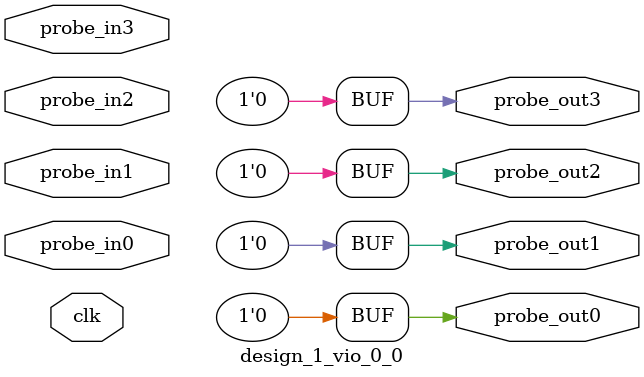
<source format=v>
`timescale 1ns / 1ps
module design_1_vio_0_0 (
clk,
probe_in0,probe_in1,probe_in2,probe_in3,
probe_out0,
probe_out1,
probe_out2,
probe_out3
);

input clk;
input [0 : 0] probe_in0;
input [0 : 0] probe_in1;
input [0 : 0] probe_in2;
input [0 : 0] probe_in3;

output reg [0 : 0] probe_out0 = 'h0 ;
output reg [0 : 0] probe_out1 = 'h0 ;
output reg [0 : 0] probe_out2 = 'h0 ;
output reg [0 : 0] probe_out3 = 'h0 ;


endmodule

</source>
